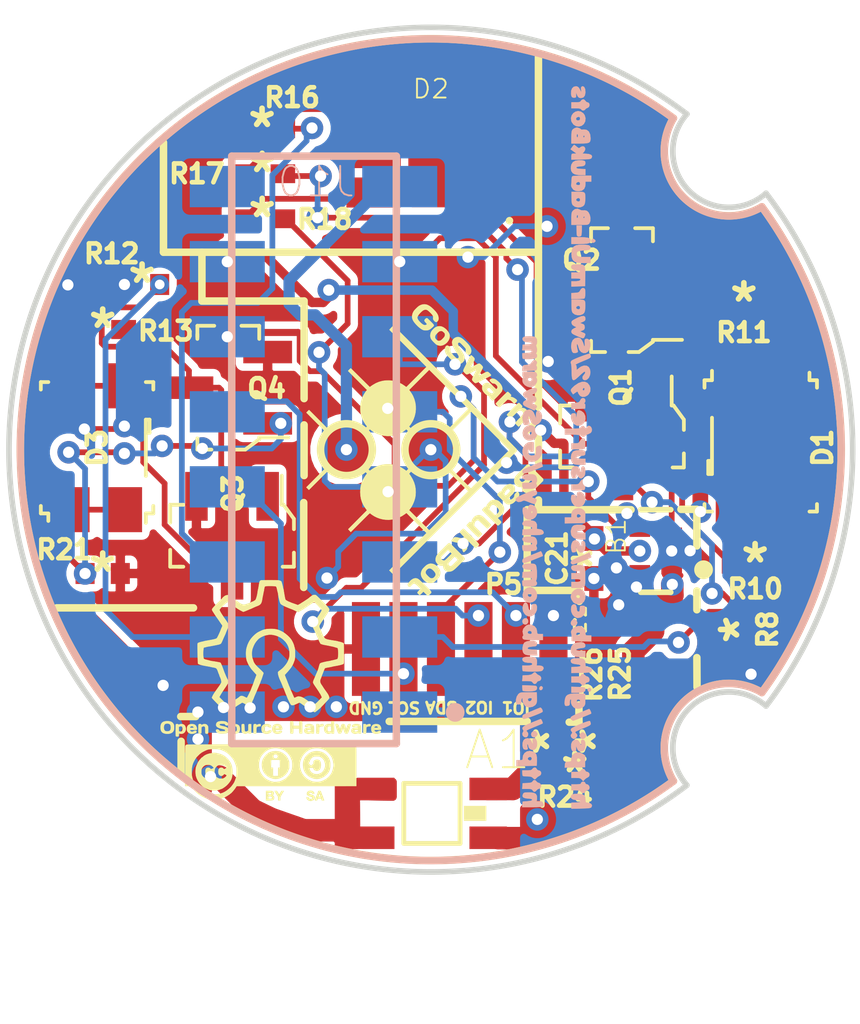
<source format=kicad_pcb>
(kicad_pcb (version 20171130) (host pcbnew "(5.0.0-3-g0214c9d)")
  (title_block (title BadukBot_PCB) (date 2018-10-25) (rev 0.1.0) (comment 1 "Licensed CC-BY-SA 4.0 By Caleb Cover") (comment 2 https://github.com/supersurfer92/SwarmUI-BadukBots))
  (layers (0 F.Cu signal) (31 B.Cu signal hide) (34 B.Paste user) (35 F.Paste user) (36 B.SilkS user hide) (37 F.SilkS user hide) (38 B.Mask user) (39 F.Mask user) (44 Edge.Cuts user))
  (net 0 "")
  (net 1 "Net-(B1-Pad1)")
  (net 2 "Net-(B1-Pad6)")
  (net 3 "Net-(D1-PadA)")
  (net 4 "Net-(D2-Pad6)")
  (net 5 "Net-(D2-Pad4)")
  (net 6 "Net-(D2-Pad5)")
  (net 7 "Net-(D3-PadA)")
  (net 8 "Net-(Q1-Pad1)")
  (net 9 "Net-(Q3-Pad1)")
  (net 10 7a_RGBLED3)
  (net 11 2a_GND)
  (net 12 "Net-(J10-Pad10)")
  (net 13 "Net-(J10-Pad8)")
  (net 14 "Net-(J10-Pad11)")
  (net 15 "Net-(J10-Pad9)")
  (net 16 "Net-(A1-Pad1)")
  (net 17 2aGND)
  (net 18 14aVDDPA)
  (net 19 12aA1)
  (net 20 13aA2)
  (net 21 1a33v)
  (net 22 6aRGBLED2)
  (net 23 4aPHOTODIODE2)
  (net 24 15aP41)
  (net 25 7aRGBLED3)
  (net 26 5aRGBLED1)
  (net 27 3aPHOTODIODE1)
  (module 2450AT18D0100E:DFN320X160X120-4RN (layer F.Cu) (at 116.31 117.45 180)
    (fp_text reference A1 (at -1.75 1.69 180) (layer F.SilkS) (effects (font (thickness 0.05))))
    (fp_text value 2450AT18D0100E hide)
    (pad 1 smd rect (at -1.5 0.65 180) (size 1 0.6) (layers F.Cu F.Paste F.Mask) (net 16 "Net-(A1-Pad1)"))
    (pad 4 smd rect (at -1.5 -0.65 180) (size 1 0.6) (layers F.Cu F.Paste F.Mask) (net 17 2aGND))
    (pad 3 smd rect (at 1.5 -0.65 180) (size 1 0.6) (layers F.Cu F.Paste F.Mask) (net 17 2aGND))
    (pad 2 smd rect (at 1.5 0.65 180) (size 1 0.6) (layers F.Cu F.Paste F.Mask) (net 17 2aGND))
  )
  (module Silk:links_20mm (layer B.Cu) (at 119.62 107.71 90)
    (fp_text reference G7 hide)
    (fp_text value LOGO hide)
  )
  (module digikey-footprints:SOT-23-3 (layer F.Cu) (at 110.97868 110.053638 270)
    (fp_text reference Q3 (at -1.123638 -0.02132 270) (layer F.SilkS) (effects (font (size 0.5 0.5) (thickness 0.125))))
    (fp_text value MMBT3904LT1G)
    (pad 3 smd rect (at 1.05 0 270) (size 1.3 0.6) (layers F.Cu F.Paste F.Mask) (net 23 4aPHOTODIODE2))
    (pad 2 smd rect (at -1.05 0.95 270) (size 1.3 0.6) (layers F.Cu F.Paste F.Mask) (net 17 2aGND))
    (pad 1 smd rect (at -1.05 -0.95 270) (size 1.3 0.6) (layers F.Cu F.Paste F.Mask) (net 9 "Net-(Q3-Pad1)"))
  )
  (module digikey-footprints:SOT-23-3 (layer F.Cu) (at 121.37868 103.509148 180)
    (fp_text reference Q2 (at 1.07868 0.799148 180) (layer F.SilkS) (effects (font (size 0.5 0.5) (thickness 0.125))))
    (fp_text value MMBT3904LT1G)
    (pad 3 smd rect (at 1.05 0 180) (size 1.3 0.6) (layers F.Cu F.Paste F.Mask) (net 8 "Net-(Q1-Pad1)"))
    (pad 2 smd rect (at -1.05 0.95 180) (size 1.3 0.6) (layers F.Cu F.Paste F.Mask) (net 17 2aGND))
    (pad 1 smd rect (at -1.05 -0.95 180) (size 1.3 0.6) (layers F.Cu F.Paste F.Mask) (net 3 "Net-(D1-PadA)"))
  )
  (module digikey-footprints:SOT-23-3 (layer F.Cu) (at 121.37868 107.409148 270)
    (fp_text reference Q1 (at -1.309148 0.02868 270) (layer F.SilkS) (effects (font (size 0.5 0.5) (thickness 0.125))))
    (fp_text value MMBT3904LT1G)
    (pad 3 smd rect (at 1.05 0 270) (size 1.3 0.6) (layers F.Cu F.Paste F.Mask) (net 27 3aPHOTODIODE1))
    (pad 2 smd rect (at -1.05 0.95 270) (size 1.3 0.6) (layers F.Cu F.Paste F.Mask) (net 17 2aGND))
    (pad 1 smd rect (at -1.05 -0.95 270) (size 1.3 0.6) (layers F.Cu F.Paste F.Mask) (net 8 "Net-(Q1-Pad1)"))
  )
  (module digikey-footprints:SMD-4_3.3x2.8_PD15-22C_TR8 (layer F.Cu) (at 107.37868 107.709148 90)
    (fp_text reference D3 (at 0 0 90) (layer F.SilkS) (effects (font (size 0.5 0.5) (thickness 0.125))))
    (fp_text value PD15-22C_TR8)
    (pad A smd rect (at -1.65 -0.7 90) (size 1.2 1) (layers F.Cu F.Paste F.Mask) (net 7 "Net-(D3-PadA)"))
    (pad K smd rect (at 1.65 -0.7 90) (size 1.2 1) (layers F.Cu F.Paste F.Mask) (net 21 1a33v))
    (pad A smd rect (at -1.65 0.7 90) (size 1.2 1) (layers F.Cu F.Paste F.Mask) (net 7 "Net-(D3-PadA)"))
    (pad K smd rect (at 1.65 0.7 90) (size 1.2 1) (layers F.Cu F.Paste F.Mask) (net 21 1a33v))
  )
  (module digikey-footprints:SMD-4_3.3x2.8_PD15-22C_TR8 (layer F.Cu) (at 125.07868 107.659148 270)
    (fp_text reference D1 (at 0.05 -1.65 270) (layer F.SilkS) (effects (font (size 0.5 0.5) (thickness 0.125))))
    (fp_text value PD15-22C_TR8)
    (pad A smd rect (at -1.65 -0.7 270) (size 1.2 1) (layers F.Cu F.Paste F.Mask) (net 3 "Net-(D1-PadA)"))
    (pad K smd rect (at 1.65 -0.7 270) (size 1.2 1) (layers F.Cu F.Paste F.Mask) (net 21 1a33v))
    (pad A smd rect (at -1.65 0.7 270) (size 1.2 1) (layers F.Cu F.Paste F.Mask) (net 3 "Net-(D1-PadA)"))
    (pad K smd rect (at 1.65 0.7 270) (size 1.2 1) (layers F.Cu F.Paste F.Mask) (net 21 1a33v))
  )
  (module Silk:BadukBot-GoSwarm (layer F.Cu) (at 116.02868 107.759148 225)
    (fp_text reference G1 hide)
    (fp_text value LOGO hide)
  )
  (module Silk:OpenHardwareLogo (layer F.Cu) (at 112.01 114.17)
    (fp_text reference G2 hide)
    (fp_text value LOGO hide)
  )
  (module footprints:ERJ-2GE0R00X (layer F.Cu) (at 119.471246 115.524106 90)
    (fp_text reference R26 (at 1.774106 1.098754 90) (layer F.SilkS) (effects (font (size 0.5 0.5) (thickness 0.125))))
    (fp_text value NC hide)
    (fp_text user * (at 0.000132 0.009258 90) (layer F.SilkS))
    (pad 1 smd rect (at -0.552799 0 90) (size 0.655599 0.499999) (layers F.Cu F.Paste F.Mask) (net 16 "Net-(A1-Pad1)"))
    (pad 2 smd rect (at 0.552799 0 90) (size 0.655599 0.499999) (layers F.Cu F.Paste F.Mask) (net 17 2aGND))
  )
  (module footprints:ERJ-2GE0R00X (layer F.Cu) (at 120.721246 115.524106 90)
    (fp_text reference R25 (at 1.794106 0.608754 90) (layer F.SilkS) (effects (font (size 0.5 0.5) (thickness 0.125))))
    (fp_text value NC hide)
    (fp_text user * (at -0.001188 -0.000742 90) (layer F.SilkS))
    (pad 1 smd rect (at -0.552799 0 90) (size 0.655599 0.499999) (layers F.Cu F.Paste F.Mask) (net 1 "Net-(B1-Pad1)"))
    (pad 2 smd rect (at 0.552799 0 90) (size 0.655599 0.499999) (layers F.Cu F.Paste F.Mask) (net 17 2aGND))
  )
  (module footprints:ERJ-2GE0R00X (layer F.Cu) (at 120.121246 116.374106)
    (fp_text reference R24 (at -0.260742 0.641188 -180) (layer F.SilkS) (effects (font (size 0.5 0.5) (thickness 0.125))))
    (fp_text value 0R hide)
    (fp_text user * (at -0.001246 0.025894) (layer F.SilkS))
    (pad 1 smd rect (at -0.552799 0) (size 0.655599 0.499999) (layers F.Cu F.Paste F.Mask) (net 16 "Net-(A1-Pad1)"))
    (pad 2 smd rect (at 0.552799 0) (size 0.655599 0.499999) (layers F.Cu F.Paste F.Mask) (net 1 "Net-(B1-Pad1)"))
  )
  (module 1.5M:CRCW04021M50FKED (layer F.Cu) (at 107.52868 111.059148 180)
    (fp_text reference R21 (at 1.02868 0.634148 180) (layer F.SilkS) (effects (font (size 0.5 0.5) (thickness 0.125))))
    (fp_text value 1.5M hide)
    (fp_text user * (at 0 0 180) (layer F.SilkS))
    (pad 2 smd rect (at 0.4699 0 180) (size 0.508 0.5588) (layers F.Cu F.Paste F.Mask) (net 7 "Net-(D3-PadA)"))
    (pad 1 smd rect (at -0.4699 0 180) (size 0.508 0.5588) (layers F.Cu F.Paste F.Mask) (net 17 2aGND))
  )
  (module 24.9R:ERJ-2RKF24R9X (layer F.Cu) (at 111.781833 101.609148 180)
    (fp_text reference R18 (at -1.668167 -0.015852 180) (layer F.SilkS) (effects (font (size 0.5 0.5) (thickness 0.125))))
    (fp_text value 24.9R hide)
    (fp_text user * (at 0 0 180) (layer F.SilkS))
    (pad 2 smd rect (at 0.552799 0 180) (size 0.655599 0.499999) (layers F.Cu F.Paste F.Mask) (net 4 "Net-(D2-Pad6)"))
    (pad 1 smd rect (at -0.552799 0 180) (size 0.655599 0.499999) (layers F.Cu F.Paste F.Mask) (net 25 7aRGBLED3))
  )
  (module 130R:ERJ-2RKF1300X (layer F.Cu) (at 111.781833 100.409148 180)
    (fp_text reference R17 (at 1.741833 -0.000852 180) (layer F.SilkS) (effects (font (size 0.5 0.5) (thickness 0.125))))
    (fp_text value 130R hide)
    (fp_text user * (at 0 0 180) (layer F.SilkS))
    (pad 2 smd rect (at 0.552799 0 180) (size 0.655599 0.499999) (layers F.Cu F.Paste F.Mask) (net 6 "Net-(D2-Pad5)"))
    (pad 1 smd rect (at -0.552799 0 180) (size 0.655599 0.499999) (layers F.Cu F.Paste F.Mask) (net 26 5aRGBLED1))
  )
  (module 22_6R:ERJ-2RKF22R6X (layer F.Cu) (at 111.77868 99.209148 180)
    (fp_text reference R16 (at -0.80132 0.829148 180) (layer F.SilkS) (effects (font (size 0.5 0.5) (thickness 0.125))))
    (fp_text value 22.6R hide)
    (fp_text user * (at 0 0 180) (layer F.SilkS))
    (pad 2 smd rect (at 0.552799 0 180) (size 0.655599 0.499999) (layers F.Cu F.Paste F.Mask) (net 5 "Net-(D2-Pad4)"))
    (pad 1 smd rect (at -0.552799 0 180) (size 0.655599 0.499999) (layers F.Cu F.Paste F.Mask) (net 22 6aRGBLED2))
  )
  (module 560K:RC0402FR-07560KL (layer F.Cu) (at 107.52868 104.559148 180)
    (fp_text reference R13 (at -1.68132 -0.040852) (layer F.SilkS) (effects (font (size 0.5 0.5) (thickness 0.125))))
    (fp_text value 560K hide)
    (fp_text user * (at 0 0 180) (layer F.SilkS))
    (pad 2 smd rect (at 0.5588 0 180) (size 0.6604 0.508) (layers F.Cu F.Paste F.Mask) (net 21 1a33v))
    (pad 1 smd rect (at -0.5588 0 180) (size 0.6604 0.508) (layers F.Cu F.Paste F.Mask) (net 9 "Net-(Q3-Pad1)"))
  )
  (module 100K:CRCW0402100KFKED (layer F.Cu) (at 108.57868 103.359148 180)
    (fp_text reference R12 (at 0.80868 0.819148 180) (layer F.SilkS) (effects (font (size 0.5 0.5) (thickness 0.125))))
    (fp_text value 100K hide)
    (fp_text user * (at 0 0 180) (layer F.SilkS))
    (pad 2 smd rect (at 0.4699 0 180) (size 0.508 0.5588) (layers F.Cu F.Paste F.Mask) (net 21 1a33v))
    (pad 1 smd rect (at -0.4699 0 180) (size 0.508 0.5588) (layers F.Cu F.Paste F.Mask) (net 23 4aPHOTODIODE2))
  )
  (module 1.5M:CRCW04021M50FKED (layer F.Cu) (at 124.62868 103.859148 180)
    (fp_text reference R11 (at -0.00132 -0.780852 180) (layer F.SilkS) (effects (font (size 0.5 0.5) (thickness 0.125))))
    (fp_text value 1.5M hide)
    (fp_text user * (at 0 0 180) (layer F.SilkS))
    (pad 2 smd rect (at 0.4699 0 180) (size 0.508 0.5588) (layers F.Cu F.Paste F.Mask) (net 17 2aGND))
    (pad 1 smd rect (at -0.4699 0 180) (size 0.508 0.5588) (layers F.Cu F.Paste F.Mask) (net 3 "Net-(D1-PadA)"))
  )
  (module 560K:RC0402FR-07560KL (layer F.Cu) (at 124.92868 110.809148)
    (fp_text reference R10 (at 0.00132 0.660852 180) (layer F.SilkS) (effects (font (size 0.5 0.5) (thickness 0.125))))
    (fp_text value 560K hide)
    (fp_text user * (at 0 0) (layer F.SilkS))
    (pad 2 smd rect (at 0.5588 0) (size 0.6604 0.508) (layers F.Cu F.Paste F.Mask) (net 21 1a33v))
    (pad 1 smd rect (at -0.5588 0) (size 0.6604 0.508) (layers F.Cu F.Paste F.Mask) (net 8 "Net-(Q1-Pad1)"))
  )
  (module 100K:CRCW0402100KFKED (layer F.Cu) (at 124.55 112.55 270)
    (fp_text reference R8 (at 0.000852 -0.71132 270) (layer F.SilkS) (effects (font (size 0.5 0.5) (thickness 0.125))))
    (fp_text value 100K hide)
    (fp_text user * (at 0 0 270) (layer F.SilkS))
    (pad 2 smd rect (at 0.4699 0 270) (size 0.508 0.5588) (layers F.Cu F.Paste F.Mask) (net 21 1a33v))
    (pad 1 smd rect (at -0.4699 0 270) (size 0.508 0.5588) (layers F.Cu F.Paste F.Mask) (net 27 3aPHOTODIODE1))
  )
  (module library:ExternalPort (layer F.Cu) (at 117.05 113.07 180)
    (fp_text reference P5 (at -1.17 1.72 180) (layer F.SilkS) (effects (font (size 0.5 0.5) (thickness 0.125))))
    (fp_text value Pads hide)
    (pad 6 smd rect (at 2.5 0 180) (size 0.75 2.5) (layers F.Cu F.Paste F.Mask) (net 17 2aGND))
    (pad 5 smd rect (at 1.5 0 180) (size 0.75 2.5) (layers F.Cu F.Paste F.Mask) (net 13 "Net-(J10-Pad8)"))
    (pad 4 smd rect (at 0.5 0 180) (size 0.75 2.5) (layers F.Cu F.Paste F.Mask) (net 15 "Net-(J10-Pad9)"))
    (pad 3 smd rect (at -0.5 0 180) (size 0.75 2.5) (layers F.Cu F.Paste F.Mask) (net 14 "Net-(J10-Pad11)"))
    (pad 2 smd rect (at -1.5 0 180) (size 0.75 2.5) (layers F.Cu F.Paste F.Mask) (net 12 "Net-(J10-Pad10)"))
    (pad 1 smd rect (at -2.5 0 180) (size 0.75 2.5) (layers F.Cu F.Paste F.Mask) (net 21 1a33v))
  )
  (module "2.2nF X7R 50V:C0402C222K5RACTU" (layer F.Cu) (at 120.62868 110.659148 270)
    (fp_text reference C21 (at -0.009148 0.97868 270) (layer F.SilkS) (effects (font (size 0.5 0.5) (thickness 0.125))))
    (fp_text value 2.2nF hide)
    (fp_text user * (at 0 0 270) (layer F.SilkS))
    (pad 2 smd rect (at 0.5334 0 270) (size 0.6604 0.508) (layers F.Cu F.Paste F.Mask) (net 17 2aGND))
    (pad 1 smd rect (at -0.5334 0 270) (size 0.6604 0.508) (layers F.Cu F.Paste F.Mask) (net 18 14aVDDPA))
  )
  (module digikey-footprints:SOT-23-3 (layer F.Cu) (at 110.87868 106.109148 180)
    (fp_text reference Q4 (at -1.02132 -0.020852) (layer F.SilkS) (effects (font (size 0.5 0.5) (thickness 0.125))))
    (fp_text value MMBT3904LT1G)
    (pad 1 smd rect (at -1.05 -0.95 180) (size 1.3 0.6) (layers F.Cu F.Paste F.Mask) (net 7 "Net-(D3-PadA)"))
    (pad 2 smd rect (at -1.05 0.95 180) (size 1.3 0.6) (layers F.Cu F.Paste F.Mask) (net 17 2aGND))
    (pad 3 smd rect (at 1.05 0 180) (size 1.3 0.6) (layers F.Cu F.Paste F.Mask) (net 9 "Net-(Q3-Pad1)"))
  )
  (module Connector_DIN:Conn_01x02_Female (layer F.Cu) (at 115.17868 107.759148)
    (fp_text reference P4 hide)
    (fp_text value Conn01x02Female hide)
    (pad 1 smd circle (at -1.15 0) (size 1.524 1.524) (layers F.Cu F.Paste F.Mask) (net 24 15aP41))
    (pad 2 smd circle (at 1.1 0) (size 1.524 1.524) (layers F.Cu F.Paste F.Mask) (net 17 2aGND))
  )
  (module A13:A13_1 (layer B.Cu) (at 113.77868 107.759148 270)
    (fp_text reference J10 (at -7.134148 0.55368 180) (layer B.SilkS) (effects (font (size 0.787402 0.787402) (thickness 0.05)) (justify mirror)))
    (fp_text value A316DA2SV71 hide)
    (pad 16 smd rect (at -7.008176 2.927607 270) (size 1.1 2) (layers B.Cu B.Paste B.Mask) (net 17 2aGND))
    (pad 14 smd rect (at -5.008176 2.927607 270) (size 1.1 2) (layers B.Cu B.Paste B.Mask) (net 18 14aVDDPA))
    (pad 12 smd rect (at -3.008176 2.927607 270) (size 1.1 2) (layers B.Cu B.Paste B.Mask) (net 19 12aA1))
    (pad 10 smd rect (at -1.008176 2.927607 270) (size 1.1 2) (layers B.Cu B.Paste B.Mask) (net 12 "Net-(J10-Pad10)"))
    (pad 8 smd rect (at 0.991824 2.927607 270) (size 1.1 2) (layers B.Cu B.Paste B.Mask) (net 13 "Net-(J10-Pad8)"))
    (pad 6 smd rect (at 2.991824 2.927607 270) (size 1.1 2) (layers B.Cu B.Paste B.Mask) (net 22 6aRGBLED2))
    (pad 4 smd rect (at 4.991824 2.927607 270) (size 1.1 2) (layers B.Cu B.Paste B.Mask) (net 23 4aPHOTODIODE2))
    (pad 2 smd rect (at 6.991824 2.927607 270) (size 1.1 2) (layers B.Cu B.Paste B.Mask) (net 17 2aGND))
    (pad 15 smd rect (at -7.008176 -1.672393 270) (size 1.1 2) (layers B.Cu B.Paste B.Mask) (net 24 15aP41))
    (pad 13 smd rect (at -5.008176 -1.672393 270) (size 1.1 2) (layers B.Cu B.Paste B.Mask) (net 20 13aA2))
    (pad 11 smd rect (at -3.008176 -1.672393 270) (size 1.1 2) (layers B.Cu B.Paste B.Mask) (net 14 "Net-(J10-Pad11)"))
    (pad 9 smd rect (at -1.008176 -1.672393 270) (size 1.1 2) (layers B.Cu B.Paste B.Mask) (net 15 "Net-(J10-Pad9)"))
    (pad 7 smd rect (at 0.991824 -1.672393 270) (size 1.1 2) (layers B.Cu B.Paste B.Mask) (net 25 7aRGBLED3))
    (pad 5 smd rect (at 2.991824 -1.672393 270) (size 1.1 2) (layers B.Cu B.Paste B.Mask) (net 26 5aRGBLED1))
    (pad 3 smd rect (at 4.991824 -1.672393 270) (size 1.1 2) (layers B.Cu B.Paste B.Mask) (net 27 3aPHOTODIODE1))
    (pad 1 smd rect (at 6.991824 -1.672393 270) (size 1.1 2) (layers B.Cu B.Paste B.Mask) (net 21 1a33v))
  )
  (module JOHANSON_2450BM14A0002T:JOHANSON_2450BM14A0002T_0 (layer F.Cu) (at 122.27868 110.459148 180)
    (fp_text reference B1 (at 1.05368 0.384148 -90) (layer F.SilkS) (effects (font (size 0.5 0.5) (thickness 0.05))))
    (fp_text value nrf24l01 hide)
    (pad 6 smd rect (at 0.425 -0.5 180) (size 0.55 0.25) (layers F.Cu F.Paste F.Mask) (net 2 "Net-(B1-Pad6)"))
    (pad 5 smd rect (at 0.425 0 180) (size 0.55 0.25) (layers F.Cu F.Paste F.Mask) (net 18 14aVDDPA))
    (pad 4 smd rect (at 0.425 0.5 180) (size 0.55 0.25) (layers F.Cu F.Paste F.Mask) (net 19 12aA1))
    (pad 3 smd rect (at -0.425 0.5 180) (size 0.55 0.25) (layers F.Cu F.Paste F.Mask) (net 20 13aA2))
    (pad 2 smd rect (at -0.425 0 180) (size 0.55 0.25) (layers F.Cu F.Paste F.Mask) (net 17 2aGND))
    (pad 1 smd rect (at -0.425 -0.5 180) (size 0.55 0.25) (layers F.Cu F.Paste F.Mask) (net 1 "Net-(B1-Pad1)"))
  )
  (module SMLVN6RGB1W1:LED310X280X60-6N (layer F.Cu) (at 116.27868 99.959148 180)
    (fp_text reference D2 (at -0.00132 1.809148 180) (layer F.SilkS) (effects (font (size 0.5 0.5) (thickness 0.05))))
    (fp_text value SMLVN6RGB1W1 hide)
    (pad 5 smd rect (at 1.525 0 180) (size 1.45 0.6) (layers F.Cu F.Paste F.Mask) (net 6 "Net-(D2-Pad5)"))
    (pad 2 smd rect (at -1.525 0 180) (size 1.45 0.6) (layers F.Cu F.Paste F.Mask) (net 21 1a33v))
    (pad 4 smd rect (at 1.525 0.95 180) (size 1.45 0.8) (layers F.Cu F.Paste F.Mask) (net 5 "Net-(D2-Pad4)"))
    (pad 6 smd rect (at 1.525 -0.95 180) (size 1.45 0.8) (layers F.Cu F.Paste F.Mask) (net 4 "Net-(D2-Pad6)"))
    (pad 3 smd rect (at -1.525 0.95 180) (size 1.45 0.8) (layers F.Cu F.Paste F.Mask) (net 21 1a33v))
    (pad 1 smd rect (at -1.525 -0.95 180) (size 1.45 0.8) (layers F.Cu F.Paste F.Mask) (net 21 1a33v))
  )
  (gr_arc (start 116.28 107.76) (end 125.219999 114.589999) (angle -74.7583601) (layer Edge.Cuts) (width 0.15))
  (gr_arc (start 116.28 107.76) (end 123.109999 98.820001) (angle -254.7295985) (layer Edge.Cuts) (width 0.15))
  (gr_circle (center 116.28 107.76) (end 116.31 108.45) (layer F.SilkS) (width 0.2))
  (gr_circle (center 114.03 107.76) (end 114.06 108.45) (layer F.SilkS) (width 0.2))
  (gr_arc (start 124.22868 99.810852) (end 125.108679 101.290851) (angle 151.4629743) (layer B.SilkS) (width 0.2))
  (gr_arc (start 116.27868 107.760852) (end 125.108679 101.290853) (angle 72.46265375) (layer B.SilkS) (width 0.2))
  (gr_arc (start 116.27868 107.760852) (end 122.748679 116.590851) (angle 252.4597237) (layer B.SilkS) (width 0.2))
  (gr_arc (start 124.22868 115.710852) (end 122.748681 116.590851) (angle 151.4709754) (layer B.SilkS) (width 0.2))
  (gr_line (start 123.38 114.09) (end 123.375 113.3) (layer F.SilkS) (width 0.2))
  (gr_line (start 118.85 109.36) (end 121.62 109.36) (layer F.SilkS) (width 0.2))
  (gr_line (start 118.85 111.51) (end 118.85 109.36) (layer F.SilkS) (width 0.2))
  (gr_line (start 109.95 111.975) (end 106.3 111.975) (layer F.SilkS) (width 0.2))
  (gr_line (start 112.89 109.17) (end 112.89 111.43) (layer F.SilkS) (width 0.2))
  (gr_line (start 112.9 107.1) (end 112.9 108.45) (layer F.SilkS) (width 0.2))
  (gr_line (start 112.9 103.8) (end 112.9 106.4) (layer F.SilkS) (width 0.2))
  (gr_line (start 110.175 103.8) (end 112.9 103.8) (layer F.SilkS) (width 0.2))
  (gr_line (start 110.175 102.5) (end 110.175 103.8) (layer F.SilkS) (width 0.2))
  (gr_line (start 109.15 102.5) (end 109.15 99.575) (layer F.SilkS) (width 0.2))
  (gr_line (start 119.15 102.5) (end 109.15 102.5) (layer F.SilkS) (width 0.2))
  (gr_line (start 119.15 106.625) (end 119.15 97.3) (layer F.SilkS) (width 0.2))
  (gr_line (start 119.15 108.075) (end 119.15 107.45) (layer F.SilkS) (width 0.2))
  (gr_line (start 119.15 109.35) (end 119.15 109.1) (layer F.SilkS) (width 0.2))
  (gr_line (start 123.375 111.525) (end 123.375 112.025) (layer F.SilkS) (width 0.2))
  (gr_line (start 123.375 109.35) (end 123.375 110.325) (layer F.SilkS) (width 0.2))
  (gr_line (start 122.95 109.35) (end 123.375 109.35) (layer F.SilkS) (width 0.2))
  (gr_line (start 115.17 115) (end 118.85 115) (layer F.SilkS) (width 0.2))
  (gr_arc (start 124.22868 115.709148) (end 125.218679 114.589149) (angle -172.9487696) (layer Edge.Cuts) (width 0.15))
  (gr_arc (start 124.22868 115.709148) (end 125.108679 114.229149) (angle -151.4629743) (layer F.SilkS) (width 0.2))
  (gr_arc (start 116.27868 107.759148) (end 125.108679 114.229147) (angle -72.46265375) (layer F.SilkS) (width 0.2))
  (gr_arc (start 116.27868 107.759148) (end 122.748679 98.929149) (angle -252.4597237) (layer F.SilkS) (width 0.2))
  (gr_arc (start 124.22868 99.809148) (end 122.748681 98.929149) (angle -151.4709754) (layer F.SilkS) (width 0.2))
  (gr_arc (start 124.22868 99.809148) (end 123.108681 98.819149) (angle -172.9817916) (layer Edge.Cuts) (width 0.15))
  (gr_line (start 110.97 115.59) (end 115.36 115.59) (layer B.SilkS) (width 0.2))
  (gr_line (start 110.97 99.94) (end 115.36 99.94) (layer B.SilkS) (width 0.2))
  (gr_line (start 115.36 99.94) (end 115.36 115.59) (layer B.SilkS) (width 0.2))
  (gr_line (start 110.97 99.94) (end 110.97 115.59) (layer B.SilkS) (width 0.2))
  (gr_line (start 120.23 115.02) (end 119.97 115.02) (layer F.SilkS) (width 0.2))
  (gr_line (start 120.23 114.56) (end 120.23 115.02) (layer F.SilkS) (width 0.2))
  (gr_line (start 120.24 111.51) (end 120.24 111.8) (layer F.SilkS) (width 0.2))
  (gr_line (start 118.85 111.51) (end 120.24 111.51) (layer F.SilkS) (width 0.2))
  (gr_text 3.3v (at 120.24 112.41 270) (layer F.SilkS) (effects (font (size 0.3 0.3) (thickness 0.075))))
  (gr_text IO1 (at 118.55 114.63 180) (layer F.SilkS) (effects (font (size 0.3 0.3) (thickness 0.075))))
  (gr_text IO2 (at 117.57 114.62 180) (layer F.SilkS) (effects (font (size 0.3 0.3) (thickness 0.075))))
  (gr_text SDA (at 116.56 114.62 180) (layer F.SilkS) (effects (font (size 0.3 0.3) (thickness 0.075))))
  (gr_text SCL (at 115.57 114.63 180) (layer F.SilkS) (effects (font (size 0.3 0.3) (thickness 0.075))))
  (gr_text GND (at 114.55 114.63 180) (layer F.SilkS) (effects (font (size 0.3 0.3) (thickness 0.075))))
  (gr_line (start 109.61 114.87) (end 110.01 114.87) (layer F.SilkS) (width 0.2))
  (gr_line (start 109.62 115.53) (end 109.62 116.4) (layer F.SilkS) (width 0.2))
  (segment (start 122.72 111.29) (end 122.52 111.09) (width 0.1524) (layer F.Cu) (net 1))
  (segment (start 122.72 111.35) (end 122.72 111.29) (width 0.1524) (layer F.Cu) (net 1))
  (segment (start 122.72 111.33) (end 122.72 111.35) (width 0.1524) (layer F.Cu) (net 1))
  (segment (start 122.72 111.33) (end 122.94 111.11) (width 0.1524) (layer F.Cu) (net 1))
  (segment (start 122.72 111.35) (end 122.72 110.975468) (width 0.1524) (layer F.Cu) (net 1))
  (segment (start 122.72 110.975468) (end 122.706881 110.962349) (width 0.1524) (layer F.Cu) (net 1))
  (segment (start 122.706881 110.962349) (end 122.70368 110.962349) (width 0.1524) (layer F.Cu) (net 1))
  (segment (start 121.68 115.84835) (end 121.68 113.125271) (width 0.6) (layer F.Cu) (net 1))
  (segment (start 121.68 113.125271) (end 122.208812 112.596459) (width 0.6) (layer F.Cu) (net 1))
  (segment (start 120.674045 116.374106) (end 121.154244 116.374106) (width 0.6) (layer F.Cu) (net 1))
  (segment (start 121.154244 116.374106) (end 121.68 115.84835) (width 0.6) (layer F.Cu) (net 1))
  (via (at 122.72 111.35) (size 0.6) (drill 0.3) (layers F.Cu B.Cu) (net 1))
  (segment (start 122.23 112.13) (end 122.724868 111.635132) (width 0.6) (layer F.Cu) (net 1))
  (segment (start 122.72 111.64) (end 122.72 111.35) (width 0.6) (layer F.Cu) (net 1))
  (segment (start 122.208812 112.596459) (end 122.208812 112.021188) (width 0.6) (layer F.Cu) (net 1))
  (segment (start 125.09858 103.859148) (end 125.50498 103.859148) (width 0.1524) (layer F.Cu) (net 3))
  (segment (start 125.50498 103.859148) (end 125.77868 104.132848) (width 0.1524) (layer F.Cu) (net 3))
  (segment (start 125.77868 104.132848) (end 125.77868 106.009148) (width 0.1524) (layer F.Cu) (net 3))
  (segment (start 122.42868 104.459148) (end 122.92868 104.459148) (width 0.1524) (layer F.Cu) (net 3))
  (segment (start 122.92868 104.459148) (end 124.37868 105.909148) (width 0.1524) (layer F.Cu) (net 3))
  (segment (start 124.37868 105.909148) (end 124.37868 106.009148) (width 0.1524) (layer F.Cu) (net 3))
  (segment (start 122.42868 104.459148) (end 122.77868 104.459148) (width 0.1524) (layer F.Cu) (net 3))
  (segment (start 124.32868 106.009148) (end 124.37868 106.009148) (width 0.1524) (layer F.Cu) (net 3))
  (segment (start 125.12628 106.009148) (end 125.77868 106.009148) (width 0.1524) (layer F.Cu) (net 3))
  (segment (start 125.77868 106.009148) (end 124.37868 106.009148) (width 0.1524) (layer F.Cu) (net 3))
  (segment (start 111.229034 101.609148) (end 111.306834 101.609148) (width 0.1524) (layer F.Cu) (net 4))
  (segment (start 111.839183 101.076799) (end 113.708629 101.076799) (width 0.1524) (layer F.Cu) (net 4))
  (segment (start 111.306834 101.609148) (end 111.839183 101.076799) (width 0.1524) (layer F.Cu) (net 4))
  (segment (start 113.708629 101.076799) (end 113.87628 100.909148) (width 0.1524) (layer F.Cu) (net 4))
  (segment (start 113.87628 100.909148) (end 114.75368 100.909148) (width 0.1524) (layer F.Cu) (net 4))
  (segment (start 111.225881 99.209148) (end 111.225881 98.806749) (width 0.1524) (layer F.Cu) (net 5))
  (segment (start 111.225881 98.806749) (end 111.345831 98.686799) (width 0.1524) (layer F.Cu) (net 5))
  (segment (start 111.345831 98.686799) (end 113.553931 98.686799) (width 0.1524) (layer F.Cu) (net 5))
  (segment (start 113.553931 98.686799) (end 113.87628 99.009148) (width 0.1524) (layer F.Cu) (net 5))
  (segment (start 113.87628 99.009148) (end 114.75368 99.009148) (width 0.1524) (layer F.Cu) (net 5))
  (segment (start 111.229034 100.409148) (end 111.306834 100.409148) (width 0.1524) (layer F.Cu) (net 6))
  (segment (start 111.760034 99.955948) (end 113.87308 99.955948) (width 0.1524) (layer F.Cu) (net 6))
  (segment (start 113.87628 99.959148) (end 114.75368 99.959148) (width 0.1524) (layer F.Cu) (net 6))
  (segment (start 111.306834 100.409148) (end 111.760034 99.955948) (width 0.1524) (layer F.Cu) (net 6))
  (segment (start 113.87308 99.955948) (end 113.87628 99.959148) (width 0.1524) (layer F.Cu) (net 6))
  (segment (start 110.186705 107.727974) (end 112.033513 107.727974) (width 0.1524) (layer B.Cu) (net 7))
  (segment (start 112.033513 107.727974) (end 112.278075 107.483412) (width 0.1524) (layer B.Cu) (net 7))
  (segment (start 112.278075 107.483412) (end 112.278075 107.059148) (width 0.1524) (layer B.Cu) (net 7))
  (segment (start 108.1068 107.86) (end 108.9132 107.86) (width 0.1524) (layer B.Cu) (net 7))
  (segment (start 108.9132 107.86) (end 109.1132 107.66) (width 0.1524) (layer B.Cu) (net 7))
  (segment (start 107.05878 111.059148) (end 107.05878 108.26878) (width 0.1524) (layer B.Cu) (net 7))
  (segment (start 107.05878 108.26878) (end 106.62 107.83) (width 0.1524) (layer B.Cu) (net 7))
  (via (at 112.278075 107.059148) (size 0.6) (drill 0.3) (layers F.Cu B.Cu) (net 7))
  (segment (start 109.1132 107.66) (end 110.118731 107.66) (width 0.1524) (layer F.Cu) (net 7))
  (segment (start 110.118731 107.66) (end 110.186705 107.727974) (width 0.1524) (layer F.Cu) (net 7))
  (via (at 110.186705 107.727974) (size 0.6) (drill 0.3) (layers F.Cu B.Cu) (net 7))
  (via (at 109.1132 107.66) (size 0.6) (drill 0.3) (layers F.Cu B.Cu) (net 7))
  (segment (start 106.62 107.83) (end 108.0768 107.83) (width 0.1524) (layer F.Cu) (net 7))
  (segment (start 108.0768 107.83) (end 108.1068 107.86) (width 0.1524) (layer F.Cu) (net 7))
  (via (at 108.1068 107.86) (size 0.6) (drill 0.3) (layers F.Cu B.Cu) (net 7))
  (via (at 106.62 107.83) (size 0.6) (drill 0.3) (layers F.Cu B.Cu) (net 7))
  (via (at 107.05878 111.059148) (size 0.6) (drill 0.3) (layers F.Cu B.Cu) (net 7))
  (segment (start 107.05878 111.033748) (end 107.05878 111.059148) (width 0.1524) (layer F.Cu) (net 7))
  (segment (start 111.92868 107.059148) (end 111.702448 107.059148) (width 0.1524) (layer F.Cu) (net 7))
  (segment (start 106.67868 109.359148) (end 106.67868 110.679048) (width 0.1524) (layer F.Cu) (net 7))
  (segment (start 106.67868 110.679048) (end 107.05878 111.059148) (width 0.1524) (layer F.Cu) (net 7))
  (segment (start 106.67868 109.359148) (end 108.07868 109.359148) (width 0.1524) (layer F.Cu) (net 7))
  (segment (start 120.32868 103.509148) (end 120.32868 103.961548) (width 0.1524) (layer F.Cu) (net 8))
  (segment (start 121.06 105.542868) (end 121.87628 106.359148) (width 0.1524) (layer F.Cu) (net 8))
  (segment (start 121.87628 106.359148) (end 122.32868 106.359148) (width 0.1524) (layer F.Cu) (net 8))
  (segment (start 120.32868 103.961548) (end 121.06 104.692868) (width 0.1524) (layer F.Cu) (net 8))
  (segment (start 121.06 104.692868) (end 121.06 105.542868) (width 0.1524) (layer F.Cu) (net 8))
  (segment (start 121.42868 103.806748) (end 121.13108 103.509148) (width 0.1524) (layer F.Cu) (net 8))
  (segment (start 121.13108 103.509148) (end 120.32868 103.509148) (width 0.1524) (layer F.Cu) (net 8))
  (segment (start 124.29368 110.809148) (end 122.98309 109.498558) (width 0.1524) (layer F.Cu) (net 8))
  (segment (start 122.98309 109.498558) (end 122.98309 105.513558) (width 0.1524) (layer F.Cu) (net 8))
  (segment (start 122.98309 105.513558) (end 122.67868 105.209148) (width 0.1524) (layer F.Cu) (net 8))
  (segment (start 122.67868 105.209148) (end 121.57628 105.209148) (width 0.1524) (layer F.Cu) (net 8))
  (segment (start 124.36988 110.809148) (end 124.29368 110.809148) (width 0.1524) (layer F.Cu) (net 8))
  (segment (start 121.57628 105.209148) (end 121.42868 105.061548) (width 0.1524) (layer F.Cu) (net 8))
  (segment (start 121.42868 105.061548) (end 121.42868 103.806748) (width 0.1524) (layer F.Cu) (net 8))
  (segment (start 111.92868 109.003638) (end 111.47628 109.003638) (width 0.1524) (layer F.Cu) (net 9))
  (segment (start 111.47628 109.003638) (end 110.689905 108.217263) (width 0.1524) (layer F.Cu) (net 9))
  (segment (start 110.689905 108.217263) (end 110.689905 106.167973) (width 0.1524) (layer F.Cu) (net 9))
  (segment (start 110.689905 106.167973) (end 110.63108 106.109148) (width 0.1524) (layer F.Cu) (net 9))
  (segment (start 110.63108 106.109148) (end 109.82868 106.109148) (width 0.1524) (layer F.Cu) (net 9))
  (segment (start 109.82868 106.109148) (end 109.82868 105.656748) (width 0.1524) (layer F.Cu) (net 9))
  (segment (start 109.82868 105.656748) (end 108.73108 104.559148) (width 0.1524) (layer F.Cu) (net 9))
  (segment (start 108.73108 104.559148) (end 108.08748 104.559148) (width 0.1524) (layer F.Cu) (net 9))
  (segment (start 113.45 105.742631) (end 113.45 108.591206) (width 0.1524) (layer B.Cu) (net 10))
  (segment (start 113.45 108.591206) (end 113.609766 108.750972) (width 0.1524) (layer B.Cu) (net 10))
  (segment (start 113.298357 105.166724) (end 113.298357 105.590988) (width 0.1524) (layer B.Cu) (net 10))
  (segment (start 113.298357 105.590988) (end 113.45 105.742631) (width 0.1524) (layer B.Cu) (net 10))
  (segment (start 113.298357 105.166724) (end 114.060881 104.4042) (width 0.1524) (layer F.Cu) (net 10))
  (segment (start 114.060881 104.4042) (end 114.060881 103.257597) (width 0.1524) (layer F.Cu) (net 10))
  (segment (start 114.060881 103.257597) (end 112.412432 101.609148) (width 0.1524) (layer F.Cu) (net 10))
  (segment (start 112.412432 101.609148) (end 112.334632 101.609148) (width 0.1524) (layer F.Cu) (net 10))
  (via (at 113.298357 105.166724) (size 0.6) (drill 0.3) (layers F.Cu B.Cu) (net 10))
  (segment (start 113.609766 108.750972) (end 114.748158 108.750972) (width 0.1524) (layer B.Cu) (net 10))
  (segment (start 114.748158 108.750972) (end 114.970183 108.528947) (width 0.1524) (layer B.Cu) (net 10))
  (segment (start 114.970183 108.528947) (end 115.063737 108.528947) (width 0.1524) (layer B.Cu) (net 10))
  (segment (start 112.412432 101.609148) (end 113.887881 103.084597) (width 0.1524) (layer F.Cu) (net 10))
  (via (at 116.28 107.76) (size 0.6) (drill 0.3) (layers F.Cu B.Cu) (net 11))
  (segment (start 114.288512 109.997771) (end 116.120036 109.997771) (width 0.1524) (layer B.Cu) (net 11))
  (segment (start 116.120036 109.997771) (end 116.67501 109.442797) (width 0.1524) (layer B.Cu) (net 11))
  (segment (start 116.67501 109.442797) (end 116.67501 108.059147) (width 0.1524) (layer B.Cu) (net 11))
  (segment (start 116.67501 108.059147) (end 116.375011 107.759148) (width 0.1524) (layer B.Cu) (net 11))
  (segment (start 113.809999 110.880001) (end 113.809999 110.476284) (width 0.1524) (layer B.Cu) (net 11))
  (segment (start 113.809999 110.476284) (end 114.288512 109.997771) (width 0.1524) (layer B.Cu) (net 11))
  (segment (start 116.375011 107.759148) (end 116.27868 107.759148) (width 0.1524) (layer B.Cu) (net 11))
  (segment (start 113.809999 110.880001) (end 113.56 111.13) (width 0.1524) (layer B.Cu) (net 11))
  (segment (start 116.078 107.909828) (end 116.22868 107.759148) (width 0.1524) (layer B.Cu) (net 11))
  (segment (start 115.12868 108.859148) (end 116.078 107.909828) (width 0.1524) (layer B.Cu) (net 11))
  (segment (start 116.078 107.909828) (end 116.128 107.909828) (width 0.1524) (layer B.Cu) (net 11))
  (segment (start 116.128 107.909828) (end 116.27868 107.759148) (width 0.1524) (layer B.Cu) (net 11))
  (segment (start 116.375011 107.759148) (end 116.654274 108.038411) (width 0.1524) (layer B.Cu) (net 11))
  (segment (start 116.654274 108.038411) (end 116.375011 107.759148) (width 0.1524) (layer B.Cu) (net 11))
  (segment (start 114.288512 109.997771) (end 114.02868 110.257603) (width 0.1524) (layer B.Cu) (net 11))
  (via (at 118.55 112.18) (size 0.6) (drill 0.3) (layers F.Cu B.Cu) (net 12))
  (segment (start 117.93 111.56) (end 118.55 112.18) (width 0.1524) (layer B.Cu) (net 12))
  (segment (start 113.874738 111.56) (end 117.93 111.56) (width 0.1524) (layer B.Cu) (net 12))
  (segment (start 113.751537 111.683201) (end 113.874738 111.56) (width 0.1524) (layer B.Cu) (net 12))
  (segment (start 113.268463 111.683201) (end 113.751537 111.683201) (width 0.1524) (layer B.Cu) (net 12))
  (segment (start 110.851073 106.750972) (end 111.132045 106.47) (width 0.1524) (layer B.Cu) (net 12))
  (segment (start 112.781276 106.817611) (end 112.781276 111.196014) (width 0.1524) (layer B.Cu) (net 12))
  (segment (start 112.433665 106.47) (end 112.781276 106.817611) (width 0.1524) (layer B.Cu) (net 12))
  (segment (start 111.132045 106.47) (end 112.433665 106.47) (width 0.1524) (layer B.Cu) (net 12))
  (segment (start 112.781276 111.196014) (end 113.268463 111.683201) (width 0.1524) (layer B.Cu) (net 12))
  (via (at 115.55 113.727974) (size 0.6) (drill 0.3) (layers F.Cu B.Cu) (net 13))
  (segment (start 111.301073 108.750972) (end 112.28 109.729899) (width 0.1524) (layer B.Cu) (net 13))
  (segment (start 110.851073 108.750972) (end 111.301073 108.750972) (width 0.1524) (layer B.Cu) (net 13))
  (segment (start 112.28 112.49) (end 112.28 112.8) (width 0.1524) (layer B.Cu) (net 13))
  (segment (start 113.207974 113.727974) (end 115.55 113.727974) (width 0.1524) (layer B.Cu) (net 13))
  (segment (start 112.28 109.729899) (end 112.28 112.49) (width 0.1524) (layer B.Cu) (net 13))
  (segment (start 112.28 112.8) (end 113.207974 113.727974) (width 0.1524) (layer B.Cu) (net 13))
  (segment (start 112.28 112.49) (end 112.28 112.78) (width 0.1524) (layer B.Cu) (net 13))
  (segment (start 117.69941 108.162061) (end 114.421471 111.44) (width 0.1524) (layer F.Cu) (net 14))
  (segment (start 116.943507 111.997771) (end 113.472229 111.997771) (width 0.1524) (layer B.Cu) (net 14))
  (segment (start 116.924443 105.485557) (end 116.970295 105.485557) (width 0.1524) (layer F.Cu) (net 14))
  (via (at 117.55 112.18) (size 0.6) (drill 0.3) (layers F.Cu B.Cu) (net 14))
  (segment (start 117.55 112.18) (end 117.125736 112.18) (width 0.1524) (layer B.Cu) (net 14))
  (segment (start 117.69941 106.214672) (end 117.69941 108.162061) (width 0.1524) (layer F.Cu) (net 14))
  (segment (start 115.451073 105.453372) (end 115.451073 104.750972) (width 0.1524) (layer B.Cu) (net 14))
  (segment (start 113.472229 111.997771) (end 113.13 112.34) (width 0.1524) (layer B.Cu) (net 14))
  (segment (start 116.970295 105.485557) (end 117.69941 106.214672) (width 0.1524) (layer F.Cu) (net 14))
  (segment (start 114.421471 111.44) (end 114.03 111.44) (width 0.1524) (layer F.Cu) (net 14))
  (via (at 116.924443 105.485557) (size 0.6) (drill 0.3) (layers F.Cu B.Cu) (net 14))
  (segment (start 115.483258 105.485557) (end 115.451073 105.453372) (width 0.1524) (layer B.Cu) (net 14))
  (segment (start 114.03 111.44) (end 113.429999 112.040001) (width 0.1524) (layer F.Cu) (net 14))
  (segment (start 113.429999 112.040001) (end 113.13 112.34) (width 0.1524) (layer F.Cu) (net 14))
  (segment (start 117.125736 112.18) (end 116.943507 111.997771) (width 0.1524) (layer B.Cu) (net 14))
  (segment (start 116.924443 105.485557) (end 115.483258 105.485557) (width 0.1524) (layer B.Cu) (net 14))
  (via (at 113.13 112.34) (size 0.6) (drill 0.3) (layers F.Cu B.Cu) (net 14))
  (segment (start 115.451073 106.750972) (end 116.603473 106.750972) (width 0.1524) (layer B.Cu) (net 15))
  (segment (start 116.603473 106.750972) (end 116.783201 106.9307) (width 0.1524) (layer B.Cu) (net 15))
  (segment (start 116.55 113.07) (end 116.55 112.06) (width 0.1524) (layer F.Cu) (net 15))
  (segment (start 116.55 112.06) (end 118.12 110.49) (width 0.1524) (layer F.Cu) (net 15))
  (segment (start 116.783201 107.772194) (end 118.12 109.108993) (width 0.1524) (layer B.Cu) (net 15))
  (segment (start 118.12 109.108993) (end 118.12 110.49) (width 0.1524) (layer B.Cu) (net 15))
  (via (at 118.12 110.49) (size 0.6) (drill 0.3) (layers F.Cu B.Cu) (net 15))
  (via (at 115.13 106.66) (size 0.6) (drill 0.3) (layers F.Cu B.Cu) (net 15))
  (segment (start 116.783201 106.9307) (end 116.783201 107.772194) (width 0.1524) (layer B.Cu) (net 15))
  (segment (start 117.81 116.8) (end 118.01 116.8) (width 0.6) (layer F.Cu) (net 16))
  (segment (start 117.81 116.8) (end 118.4624 116.8) (width 0.6) (layer F.Cu) (net 16))
  (segment (start 118.4624 116.8) (end 118.888294 116.374106) (width 0.6) (layer F.Cu) (net 16))
  (segment (start 118.888294 116.374106) (end 119.568447 116.374106) (width 0.6) (layer F.Cu) (net 16))
  (segment (start 112.648935 117.815769) (end 112.019079 117.595821) (width 0.6) (layer F.Cu) (net 17))
  (segment (start 114 118.09) (end 113.809954 117.899954) (width 0.6) (layer F.Cu) (net 17))
  (segment (start 113.809954 117.899954) (end 112.890013 117.899954) (width 0.6) (layer F.Cu) (net 17))
  (segment (start 112.890013 117.899954) (end 112.648936 117.815769) (width 0.6) (layer F.Cu) (net 17))
  (segment (start 112.9 108.27) (end 113.64 109.01) (width 0.1524) (layer F.Cu) (net 17))
  (segment (start 112.9 106.582868) (end 112.9 108.27) (width 0.1524) (layer F.Cu) (net 17))
  (segment (start 111.92868 105.159148) (end 111.92868 105.611548) (width 0.1524) (layer F.Cu) (net 17))
  (segment (start 111.92868 105.611548) (end 112.9 106.582868) (width 0.1524) (layer F.Cu) (net 17))
  (segment (start 114.74 109.01) (end 114.315736 109.01) (width 0.1524) (layer F.Cu) (net 17))
  (segment (start 111.92868 105.159148) (end 112.27868 105.159148) (width 0.1524) (layer F.Cu) (net 17))
  (segment (start 120.806013 112.542832) (end 120.835239 112.513606) (width 0.1524) (layer F.Cu) (net 17))
  (segment (start 120.62868 111.859725) (end 120.62868 112.16696) (width 0.1524) (layer F.Cu) (net 17))
  (segment (start 120.62868 112.16696) (end 120.908495 112.446775) (width 0.1524) (layer F.Cu) (net 17))
  (segment (start 120.62868 111.2) (end 120.62868 111.859725) (width 0.1524) (layer F.Cu) (net 17))
  (segment (start 122.42868 102.559148) (end 122.88418 102.559148) (width 0.1524) (layer F.Cu) (net 17))
  (segment (start 110.735337 115.030381) (end 110.571663 114.866707) (width 0.1524) (layer B.Cu) (net 17))
  (segment (start 110.571663 114.866707) (end 110.571663 114.635237) (width 0.1524) (layer B.Cu) (net 17))
  (segment (start 121.29 111.893904) (end 120.662859 111.893904) (width 0.1524) (layer F.Cu) (net 17))
  (segment (start 120.662859 111.893904) (end 120.62868 111.859725) (width 0.1524) (layer F.Cu) (net 17))
  (segment (start 120.62868 111.192548) (end 120.62868 111.2) (width 0.1524) (layer F.Cu) (net 17))
  (segment (start 122.88418 102.559148) (end 124.15878 103.833748) (width 0.1524) (layer F.Cu) (net 17))
  (segment (start 124.15878 103.833748) (end 124.15878 103.859148) (width 0.1524) (layer F.Cu) (net 17))
  (segment (start 110.404738 116.47) (end 110.404738 116.47) (width 0.6) (layer F.Cu) (net 17))
  (segment (start 111.52653 117.35653) (end 110.64 116.47) (width 0.6) (layer F.Cu) (net 17))
  (segment (start 110.64 116.47) (end 110.404738 116.47) (width 0.6) (layer F.Cu) (net 17))
  (segment (start 112.019079 117.595821) (end 111.52653 117.35653) (width 0.6) (layer F.Cu) (net 17))
  (segment (start 121.546324 111.893904) (end 121.29 111.893904) (width 0.1524) (layer B.Cu) (net 17))
  (segment (start 120.806013 112.549258) (end 120.806013 112.542832) (width 0.1524) (layer F.Cu) (net 17))
  (via (at 120.62868 111.192548) (size 0.6) (drill 0.3) (layers F.Cu B.Cu) (net 17))
  (via (at 121.29 111.893904) (size 0.6) (drill 0.3) (layers F.Cu B.Cu) (net 17))
  (segment (start 110.851073 114.750972) (end 111.301073 114.750972) (width 0.1524) (layer B.Cu) (net 17))
  (segment (start 121.29 111.893904) (end 121.763904 111.42) (width 0.1524) (layer B.Cu) (net 17))
  (segment (start 122.731532 110.452372) (end 123.194878 110.452372) (width 0.1524) (layer B.Cu) (net 17))
  (segment (start 122.70368 110.459148) (end 122.70368 110.459148) (width 0.1524) (layer F.Cu) (net 17))
  (segment (start 123.188102 110.459148) (end 123.194878 110.452372) (width 0.1524) (layer F.Cu) (net 17))
  (segment (start 110.851073 114.750972) (end 110.93 114.750972) (width 0.1524) (layer F.Cu) (net 17))
  (via (at 110.068463 114.750972) (size 0.6) (drill 0.3) (layers F.Cu B.Cu) (net 17))
  (via (at 115.14 108.88) (size 0.6) (drill 0.3) (layers F.Cu B.Cu) (net 17))
  (via (at 123.194878 110.452372) (size 0.6) (drill 0.3) (layers F.Cu B.Cu) (net 17))
  (segment (start 122.70368 110.459148) (end 123.188102 110.459148) (width 0.1524) (layer F.Cu) (net 17))
  (via (at 121.763904 111.42) (size 0.6) (drill 0.3) (layers F.Cu B.Cu) (net 17))
  (segment (start 121.763904 111.42) (end 122.731532 110.452372) (width 0.1524) (layer B.Cu) (net 17))
  (via (at 121.23 110.91) (size 0.6) (drill 0.3) (layers F.Cu B.Cu) (net 17))
  (via (at 123.47 109.41) (size 0.6) (drill 0.3) (layers F.Cu B.Cu) (net 17))
  (segment (start 118.0776 118.11) (end 118.73 118.11) (width 0.6) (layer F.Cu) (net 17))
  (via (at 113.76 114.610972) (size 0.6) (drill 0.3) (layers F.Cu B.Cu) (net 17))
  (via (at 121.51 109.46) (size 0.6) (drill 0.3) (layers F.Cu B.Cu) (net 17))
  (via (at 122.70368 110.459148) (size 0.6) (drill 0.3) (layers F.Cu B.Cu) (net 17))
  (via (at 110.07 115.47) (size 0.6) (drill 0.3) (layers F.Cu B.Cu) (net 17))
  (segment (start 117.81 118.1) (end 118.63 118.1) (width 0.1524) (layer F.Cu) (net 17))
  (segment (start 118.63 118.1) (end 119.12 117.61) (width 0.1524) (layer F.Cu) (net 17))
  (via (at 119.12 117.61) (size 0.6) (drill 0.3) (layers F.Cu B.Cu) (net 17))
  (via (at 110.75 114.63) (size 0.6) (drill 0.3) (layers F.Cu B.Cu) (net 17))
  (via (at 111.46 114.64) (size 0.6) (drill 0.3) (layers F.Cu B.Cu) (net 17))
  (via (at 112.35 114.610972) (size 0.6) (drill 0.3) (layers F.Cu B.Cu) (net 17))
  (via (at 113.06 114.610972) (size 0.6) (drill 0.3) (layers F.Cu B.Cu) (net 17))
  (via (at 117.27 102.63) (size 0.6) (drill 0.3) (layers F.Cu B.Cu) (net 17))
  (via (at 113.51 111.18) (size 0.6) (drill 0.3) (layers F.Cu B.Cu) (net 17))
  (via (at 110.404738 116.47) (size 0.6) (drill 0.3) (layers F.Cu B.Cu) (net 17))
  (segment (start 110.404738 116.47) (end 110.404738 116.47) (width 0.6) (layer F.Cu) (net 17))
  (segment (start 114.62 108.975736) (end 114.715736 108.88) (width 0.1524) (layer F.Cu) (net 17))
  (segment (start 114.715736 108.88) (end 115.14 108.88) (width 0.1524) (layer F.Cu) (net 17))
  (segment (start 120.12868 102.559148) (end 122.42868 102.559148) (width 0.1524) (layer F.Cu) (net 17))
  (segment (start 119.37868 101.809148) (end 120.12868 102.559148) (width 0.1524) (layer F.Cu) (net 17))
  (segment (start 118.515116 101.809148) (end 119.37868 101.809148) (width 0.1524) (layer B.Cu) (net 17))
  (segment (start 117.694264 102.63) (end 118.515116 101.809148) (width 0.1524) (layer B.Cu) (net 17))
  (segment (start 117.27 102.63) (end 117.694264 102.63) (width 0.1524) (layer B.Cu) (net 17))
  (via (at 119.37868 101.809148) (size 0.6) (drill 0.3) (layers F.Cu B.Cu) (net 17))
  (segment (start 116.27868 107.759148) (end 116.27868 103.62132) (width 0.1524) (layer F.Cu) (net 17))
  (segment (start 116.27868 103.62132) (end 117.27 102.63) (width 0.1524) (layer F.Cu) (net 17))
  (segment (start 114.62 109.01) (end 114.74 109.01) (width 0.1524) (layer F.Cu) (net 17))
  (segment (start 113.64 109.01) (end 114.62 109.01) (width 0.1524) (layer F.Cu) (net 17))
  (segment (start 114.62 109.01) (end 114.62 108.975736) (width 0.1524) (layer F.Cu) (net 17))
  (segment (start 119.109532 106.89) (end 119.109532 107.139532) (width 0.25) (layer B.Cu) (net 18))
  (segment (start 116.87868 104.659148) (end 119.109532 106.89) (width 0.25) (layer B.Cu) (net 18))
  (segment (start 119.109532 107.139532) (end 119.21 107.24) (width 0.1524) (layer B.Cu) (net 18))
  (via (at 119.21 107.24) (size 0.6) (drill 0.3) (layers F.Cu B.Cu) (net 18))
  (segment (start 113.55768 103.509148) (end 113.55768 103.688753) (width 0.25) (layer F.Cu) (net 18))
  (segment (start 111.705032 102.428948) (end 110.851073 102.428948) (width 0.25) (layer F.Cu) (net 18))
  (segment (start 113.409075 103.837358) (end 113.113442 103.837358) (width 0.25) (layer F.Cu) (net 18))
  (segment (start 113.113442 103.837358) (end 111.705032 102.428948) (width 0.25) (layer F.Cu) (net 18))
  (segment (start 113.55768 103.688753) (end 113.409075 103.837358) (width 0.25) (layer F.Cu) (net 18))
  (segment (start 120.62868 110.125748) (end 120.62868 110.049548) (width 0.1524) (layer F.Cu) (net 18))
  (segment (start 120.62868 110.049548) (end 119.82868 109.249548) (width 0.25) (layer F.Cu) (net 18))
  (segment (start 119.82868 109.249548) (end 119.82868 107.609148) (width 0.25) (layer F.Cu) (net 18))
  (segment (start 121.85368 110.459148) (end 121.85368 110.459148) (width 0.25) (layer F.Cu) (net 18))
  (segment (start 120.96208 110.459148) (end 120.642932 110.14) (width 0.25) (layer F.Cu) (net 18))
  (segment (start 119.569999 107.589999) (end 119.819531 107.589999) (width 0.25) (layer F.Cu) (net 18))
  (segment (start 119.759531 107.539999) (end 119.82868 107.609148) (width 0.1524) (layer F.Cu) (net 18))
  (via (at 121.85368 110.459148) (size 0.6) (drill 0.3) (layers F.Cu B.Cu) (net 18))
  (segment (start 121.85368 110.459148) (end 120.96208 110.459148) (width 0.25) (layer F.Cu) (net 18))
  (via (at 120.642932 110.14) (size 0.6) (drill 0.3) (layers F.Cu B.Cu) (net 18))
  (segment (start 120.642932 110.14) (end 120.62868 110.125748) (width 0.25) (layer F.Cu) (net 18))
  (segment (start 110.851073 102.750972) (end 110.851073 102.428948) (width 0.1524) (layer F.Cu) (net 18))
  (via (at 110.851073 102.750972) (size 0.6) (drill 0.3) (layers F.Cu B.Cu) (net 18))
  (via (at 113.55768 103.509148) (size 0.6) (drill 0.3) (layers F.Cu B.Cu) (net 18))
  (segment (start 119.27 107.29) (end 119.569999 107.589999) (width 0.25) (layer F.Cu) (net 18))
  (segment (start 115.56 103.509148) (end 113.55768 103.509148) (width 0.25) (layer B.Cu) (net 18))
  (segment (start 115.56 103.509148) (end 116.307828 103.509148) (width 0.25) (layer B.Cu) (net 18))
  (segment (start 116.307828 103.509148) (end 116.87868 104.08) (width 0.25) (layer B.Cu) (net 18))
  (segment (start 116.87868 104.08) (end 116.87868 104.659148) (width 0.25) (layer B.Cu) (net 18))
  (segment (start 111.486856 104.750972) (end 110.851073 104.750972) (width 0.1524) (layer B.Cu) (net 19))
  (segment (start 110.946098 104.655947) (end 110.851073 104.750972) (width 0.1524) (layer F.Cu) (net 19))
  (segment (start 121.85368 109.959148) (end 121.404416 109.959148) (width 0.1524) (layer F.Cu) (net 19))
  (segment (start 121.404416 109.959148) (end 120.47868 109.033412) (width 0.1524) (layer F.Cu) (net 19))
  (segment (start 120.47868 109.033412) (end 120.47868 108.609148) (width 0.1524) (layer F.Cu) (net 19))
  (via (at 110.851073 104.750972) (size 0.6) (drill 0.3) (layers F.Cu B.Cu) (net 19))
  (segment (start 112.781881 104.66) (end 112.781881 105.361881) (width 0.1524) (layer F.Cu) (net 19))
  (segment (start 110.982045 104.62) (end 112.741881 104.62) (width 0.1524) (layer F.Cu) (net 19))
  (segment (start 112.741881 104.62) (end 112.781881 104.66) (width 0.1524) (layer F.Cu) (net 19))
  (segment (start 110.851073 104.750972) (end 110.982045 104.62) (width 0.1524) (layer F.Cu) (net 19))
  (via (at 117.08 106.34) (size 0.6) (drill 0.3) (layers F.Cu B.Cu) (net 19))
  (via (at 120.47868 108.609148) (size 0.6) (drill 0.3) (layers F.Cu B.Cu) (net 19))
  (segment (start 115.325479 108.385209) (end 115.325479 108.216685) (width 0.1524) (layer F.Cu) (net 19))
  (segment (start 115.325479 108.385209) (end 115.313479 108.373209) (width 0.1524) (layer F.Cu) (net 19))
  (segment (start 115.313479 108.373209) (end 115.313479 107.615449) (width 0.1524) (layer F.Cu) (net 19))
  (segment (start 115.313479 107.615449) (end 113.367955 105.669925) (width 0.1524) (layer F.Cu) (net 19))
  (segment (start 113.367955 105.669925) (end 113.05682 105.669925) (width 0.1524) (layer F.Cu) (net 19))
  (segment (start 113.05682 105.669925) (end 112.781881 105.394986) (width 0.1524) (layer F.Cu) (net 19))
  (segment (start 112.781881 105.394986) (end 112.781881 104.696587) (width 0.1524) (layer F.Cu) (net 19))
  (segment (start 112.781881 104.696587) (end 112.741241 104.655947) (width 0.1524) (layer F.Cu) (net 19))
  (segment (start 112.741241 104.655947) (end 110.946098 104.655947) (width 0.1524) (layer F.Cu) (net 19))
  (segment (start 120.47868 108.609148) (end 118.058462 108.609148) (width 0.1524) (layer B.Cu) (net 19))
  (segment (start 117.42 107.970686) (end 117.42 106.68) (width 0.1524) (layer B.Cu) (net 19))
  (segment (start 118.058462 108.609148) (end 117.42 107.970686) (width 0.1524) (layer B.Cu) (net 19))
  (segment (start 117.42 106.68) (end 117.08 106.34) (width 0.1524) (layer B.Cu) (net 19))
  (segment (start 115.325479 108.385209) (end 115.664619 108.724349) (width 0.1524) (layer F.Cu) (net 19))
  (segment (start 115.664619 108.724349) (end 116.741977 108.724349) (width 0.1524) (layer F.Cu) (net 19))
  (segment (start 116.741977 108.724349) (end 117.42 108.046326) (width 0.1524) (layer F.Cu) (net 19))
  (segment (start 117.42 108.046326) (end 117.42 106.68) (width 0.1524) (layer F.Cu) (net 19))
  (segment (start 117.42 106.68) (end 117.08 106.34) (width 0.1524) (layer F.Cu) (net 19))
  (segment (start 115.451073 102.750972) (end 115.901073 102.750972) (width 0.1524) (layer F.Cu) (net 20))
  (segment (start 115.901073 102.750972) (end 116.525246 102.126799) (width 0.1524) (layer F.Cu) (net 20))
  (segment (start 116.525246 102.126799) (end 117.511537 102.126799) (width 0.1524) (layer F.Cu) (net 20))
  (segment (start 117.511537 102.126799) (end 118.013875 102.629137) (width 0.1524) (layer F.Cu) (net 20))
  (segment (start 120.359717 107.605947) (end 121.841241 107.605947) (width 0.1524) (layer F.Cu) (net 20))
  (segment (start 118.013875 102.629137) (end 118.013875 105.260105) (width 0.1524) (layer F.Cu) (net 20))
  (segment (start 118.013875 105.260105) (end 120.359717 107.605947) (width 0.1524) (layer F.Cu) (net 20))
  (segment (start 121.841241 107.605947) (end 122.70368 108.468386) (width 0.1524) (layer F.Cu) (net 20))
  (segment (start 122.70368 108.468386) (end 122.70368 109.959148) (width 0.1524) (layer F.Cu) (net 20))
  (via (at 115.451073 102.750972) (size 0.6) (drill 0.3) (layers F.Cu B.Cu) (net 20))
  (segment (start 105.975479 110.875009) (end 109.14047 114.04) (width 0.1524) (layer F.Cu) (net 21))
  (segment (start 109.208241 114.107771) (end 109.14047 114.04) (width 0.1524) (layer F.Cu) (net 21))
  (segment (start 109.14047 114.04) (end 109.23047 114.13) (width 0.1524) (layer F.Cu) (net 21))
  (via (at 109.14047 114.04) (size 0.6) (drill 0.3) (layers F.Cu B.Cu) (net 21))
  (via (at 119.55 112.18) (size 0.6) (drill 0.3) (layers F.Cu B.Cu) (net 21))
  (segment (start 115.451073 114.750972) (end 116.603473 114.750972) (width 0.1524) (layer B.Cu) (net 21))
  (segment (start 116.603473 114.750972) (end 117.954446 113.399999) (width 0.1524) (layer B.Cu) (net 21))
  (segment (start 117.954446 113.399999) (end 123.399261 113.399999) (width 0.1524) (layer B.Cu) (net 21))
  (segment (start 123.399261 113.399999) (end 123.741685 113.742423) (width 0.1524) (layer B.Cu) (net 21))
  (segment (start 123.741685 113.742423) (end 124.82 113.742423) (width 0.1524) (layer B.Cu) (net 21))
  (segment (start 117.80368 100.909148) (end 117.80368 101.461548) (width 0.1524) (layer F.Cu) (net 21))
  (segment (start 106.6 103.37) (end 108.097928 103.37) (width 0.1524) (layer B.Cu) (net 21))
  (segment (start 108.097928 103.37) (end 108.10878 103.359148) (width 0.1524) (layer B.Cu) (net 21))
  (segment (start 108.05878 103.509148) (end 108.10878 103.459148) (width 0.1524) (layer B.Cu) (net 21))
  (segment (start 105.975479 107.514749) (end 105.975479 110.875009) (width 0.1524) (layer F.Cu) (net 21))
  (segment (start 117.80368 101.461548) (end 119.09927 102.757138) (width 0.1524) (layer F.Cu) (net 21))
  (segment (start 115.451073 114.750972) (end 115.001073 114.750972) (width 0.1524) (layer B.Cu) (net 21))
  (segment (start 106.96988 103.712349) (end 106.942349 103.712349) (width 0.1524) (layer F.Cu) (net 21))
  (via (at 106.6 103.37) (size 0.6) (drill 0.3) (layers F.Cu B.Cu) (net 21))
  (via (at 108.10878 103.359148) (size 0.6) (drill 0.3) (layers F.Cu B.Cu) (net 21))
  (segment (start 106.942349 103.712349) (end 106.6 103.37) (width 0.1524) (layer F.Cu) (net 21))
  (segment (start 106.67868 106.811548) (end 105.975479 107.514749) (width 0.1524) (layer F.Cu) (net 21))
  (segment (start 106.67868 106.059148) (end 106.67868 106.811548) (width 0.1524) (layer F.Cu) (net 21))
  (segment (start 108.029798 107.21) (end 108.106799 107.132999) (width 0.1524) (layer F.Cu) (net 21))
  (segment (start 120.63 106.63) (end 120.63 107.691671) (width 0.1524) (layer B.Cu) (net 21))
  (segment (start 120.63 107.691671) (end 120.091671 108.23) (width 0.1524) (layer B.Cu) (net 21))
  (segment (start 114.600972 114.750972) (end 115.451073 114.750972) (width 0.1524) (layer B.Cu) (net 21))
  (segment (start 125.48748 113.149116) (end 124.894173 113.742423) (width 0.1524) (layer F.Cu) (net 21))
  (segment (start 125.48748 110.809148) (end 125.48748 113.149116) (width 0.1524) (layer F.Cu) (net 21))
  (segment (start 125.48748 110.809148) (end 125.48748 109.600348) (width 0.1524) (layer F.Cu) (net 21))
  (segment (start 125.48748 109.600348) (end 125.77868 109.309148) (width 0.1524) (layer F.Cu) (net 21))
  (segment (start 106.96988 104.559148) (end 106.96988 103.712349) (width 0.1524) (layer F.Cu) (net 21))
  (segment (start 117.80368 100.909148) (end 117.80368 99.959148) (width 0.1524) (layer F.Cu) (net 21))
  (segment (start 117.80368 99.009148) (end 117.80368 99.959148) (width 0.1524) (layer F.Cu) (net 21))
  (segment (start 125.77868 109.309148) (end 124.37868 109.309148) (width 0.1524) (layer F.Cu) (net 21))
  (segment (start 106.67868 106.059148) (end 108.07868 106.059148) (width 0.1524) (layer F.Cu) (net 21))
  (segment (start 107.04 107.21) (end 108.029798 107.21) (width 0.1524) (layer F.Cu) (net 21))
  (via (at 108.106799 107.132999) (size 0.6) (drill 0.3) (layers F.Cu B.Cu) (net 21))
  (via (at 107.04 107.21) (size 0.6) (drill 0.3) (layers F.Cu B.Cu) (net 21))
  (segment (start 124.55 113.472423) (end 124.82 113.742423) (width 0.1524) (layer F.Cu) (net 21))
  (segment (start 124.894173 113.742423) (end 124.82 113.742423) (width 0.1524) (layer F.Cu) (net 21))
  (segment (start 118.424052 108.23) (end 118.72 108.23) (width 0.1524) (layer B.Cu) (net 21))
  (via (at 118.3 108.105948) (size 0.6) (drill 0.3) (layers F.Cu B.Cu) (net 21))
  (via (at 124.82 113.742423) (size 0.6) (drill 0.3) (layers F.Cu B.Cu) (net 21))
  (segment (start 124.55 113.0199) (end 124.55 113.472423) (width 0.1524) (layer F.Cu) (net 21))
  (segment (start 118.3 108.105948) (end 118.424052 108.23) (width 0.1524) (layer B.Cu) (net 21))
  (segment (start 120.091671 108.23) (end 118.72 108.23) (width 0.1524) (layer B.Cu) (net 21))
  (segment (start 118.72 108.23) (end 118.63 108.23) (width 0.1524) (layer B.Cu) (net 21))
  (segment (start 119.41 105.41) (end 120.63 106.63) (width 0.1524) (layer B.Cu) (net 21))
  (via (at 119.41 105.41) (size 0.6) (drill 0.3) (layers F.Cu B.Cu) (net 21))
  (segment (start 119.09927 102.757138) (end 119.09927 105.09927) (width 0.1524) (layer F.Cu) (net 21))
  (segment (start 119.09927 105.09927) (end 119.41 105.41) (width 0.1524) (layer F.Cu) (net 21))
  (segment (start 110.851073 110.750972) (end 110.401073 110.750972) (width 0.1524) (layer B.Cu) (net 22))
  (segment (start 109.639609 109.989508) (end 109.639609 104.1) (width 0.1524) (layer B.Cu) (net 22))
  (segment (start 110.401073 110.750972) (end 109.639609 109.989508) (width 0.1524) (layer B.Cu) (net 22))
  (segment (start 109.639609 104.1) (end 109.889609 103.85) (width 0.1524) (layer B.Cu) (net 22))
  (segment (start 112.054274 103.463533) (end 112.054274 100.44591) (width 0.1524) (layer B.Cu) (net 22))
  (segment (start 112.96781 99.33219) (end 113.11 99.19) (width 0.1524) (layer B.Cu) (net 22))
  (segment (start 109.889609 103.85) (end 111.667807 103.85) (width 0.1524) (layer B.Cu) (net 22))
  (segment (start 111.667807 103.85) (end 112.054274 103.463533) (width 0.1524) (layer B.Cu) (net 22))
  (segment (start 112.054274 100.44591) (end 112.96781 99.532374) (width 0.1524) (layer B.Cu) (net 22))
  (segment (start 112.96781 99.532374) (end 112.96781 99.33219) (width 0.1524) (layer B.Cu) (net 22))
  (segment (start 112.331479 99.209148) (end 113.090852 99.209148) (width 0.1524) (layer F.Cu) (net 22))
  (segment (start 113.090852 99.209148) (end 113.11 99.19) (width 0.1524) (layer F.Cu) (net 22))
  (via (at 113.11 99.19) (size 0.6) (drill 0.3) (layers F.Cu B.Cu) (net 22))
  (segment (start 112.331479 99.209148) (end 112.644584 99.209148) (width 0.1524) (layer F.Cu) (net 22))
  (segment (start 110.851073 112.750972) (end 108.330972 112.750972) (width 0.1524) (layer B.Cu) (net 23))
  (segment (start 108.330972 112.750972) (end 107.603599 112.023599) (width 0.1524) (layer B.Cu) (net 23))
  (segment (start 107.603599 112.023599) (end 107.603599 104.829529) (width 0.1524) (layer B.Cu) (net 23))
  (segment (start 107.603599 104.829529) (end 109.04858 103.384548) (width 0.1524) (layer B.Cu) (net 23))
  (segment (start 109.04858 103.384548) (end 109.04858 103.359148) (width 0.1524) (layer B.Cu) (net 23))
  (segment (start 108.61 108.09) (end 108.61 106.971881) (width 0.1524) (layer F.Cu) (net 23))
  (segment (start 108.781881 106.8) (end 108.781881 105.296587) (width 0.1524) (layer F.Cu) (net 23))
  (segment (start 107.503281 104.924911) (end 107.503281 104.193385) (width 0.1524) (layer F.Cu) (net 23))
  (segment (start 110.52628 111.103638) (end 109.18 109.757358) (width 0.1524) (layer F.Cu) (net 23))
  (segment (start 108.61 106.971881) (end 108.781881 106.8) (width 0.1524) (layer F.Cu) (net 23))
  (segment (start 109.18 108.66) (end 108.61 108.09) (width 0.1524) (layer F.Cu) (net 23))
  (segment (start 108.463128 103.97) (end 109.04858 103.384548) (width 0.1524) (layer F.Cu) (net 23))
  (segment (start 110.97868 111.103638) (end 110.52628 111.103638) (width 0.1524) (layer F.Cu) (net 23))
  (segment (start 109.18 109.757358) (end 109.18 108.66) (width 0.1524) (layer F.Cu) (net 23))
  (segment (start 107.726666 103.97) (end 108.463128 103.97) (width 0.1524) (layer F.Cu) (net 23))
  (segment (start 109.04858 103.384548) (end 109.04858 103.359148) (width 0.1524) (layer F.Cu) (net 23))
  (segment (start 108.781881 105.296587) (end 108.501643 105.016349) (width 0.1524) (layer F.Cu) (net 23))
  (segment (start 108.501643 105.016349) (end 107.594719 105.016349) (width 0.1524) (layer F.Cu) (net 23))
  (segment (start 107.594719 105.016349) (end 107.503281 104.924911) (width 0.1524) (layer F.Cu) (net 23))
  (segment (start 107.503281 104.193385) (end 107.726666 103.97) (width 0.1524) (layer F.Cu) (net 23))
  (via (at 109.04858 103.359148) (size 0.5) (drill 0.26) (layers F.Cu B.Cu) (net 23))
  (via (at 114.02868 107.759148) (size 0.6) (drill 0.3) (layers F.Cu B.Cu) (net 24))
  (segment (start 112.5 103.88) (end 112.5 103.252045) (width 0.3) (layer B.Cu) (net 24))
  (segment (start 112.5 103.252045) (end 113.442045 102.31) (width 0.3) (layer B.Cu) (net 24))
  (segment (start 112.79 104.17) (end 112.5 103.88) (width 0.3) (layer B.Cu) (net 24))
  (segment (start 113.19868 104.17) (end 112.79 104.17) (width 0.3) (layer B.Cu) (net 24))
  (segment (start 114.02868 107.759148) (end 114.02868 105) (width 0.3) (layer B.Cu) (net 24))
  (segment (start 114.02868 105) (end 113.19868 104.17) (width 0.3) (layer B.Cu) (net 24))
  (segment (start 113.442045 102.31) (end 115.001073 100.750972) (width 0.3) (layer B.Cu) (net 24))
  (segment (start 113.442045 102.31) (end 113.43 102.31) (width 0.1524) (layer B.Cu) (net 24))
  (segment (start 115.001073 100.750972) (end 115.451073 100.750972) (width 0.3) (layer B.Cu) (net 24))
  (segment (start 117.14 110.26) (end 117.564264 110.26) (width 0.1524) (layer F.Cu) (net 26))
  (segment (start 117.564264 110.26) (end 118.803201 109.021063) (width 0.1524) (layer F.Cu) (net 26))
  (segment (start 118.38 107.444264) (end 118.38 107.02) (width 0.1524) (layer F.Cu) (net 26))
  (segment (start 118.803201 109.021063) (end 118.803201 107.867465) (width 0.1524) (layer F.Cu) (net 26))
  (segment (start 118.803201 107.867465) (end 118.38 107.444264) (width 0.1524) (layer F.Cu) (net 26))
  (segment (start 115.451073 110.750972) (end 116.649028 110.750972) (width 0.1524) (layer B.Cu) (net 26))
  (segment (start 116.649028 110.750972) (end 117.14 110.26) (width 0.1524) (layer B.Cu) (net 26))
  (segment (start 113.26 101.58) (end 117.359882 101.58) (width 0.1524) (layer F.Cu) (net 26))
  (segment (start 117.359882 101.58) (end 118.293285 102.513403) (width 0.1524) (layer F.Cu) (net 26))
  (segment (start 118.293285 102.513403) (end 118.293285 102.662787) (width 0.1524) (layer F.Cu) (net 26))
  (segment (start 118.293285 102.662787) (end 118.593284 102.962786) (width 0.1524) (layer F.Cu) (net 26))
  (segment (start 113.34 100.47) (end 112.395484 100.47) (width 0.1524) (layer F.Cu) (net 26))
  (segment (start 112.395484 100.47) (end 112.334632 100.409148) (width 0.1524) (layer F.Cu) (net 26))
  (segment (start 113.26 101.58) (end 113.26 100.55) (width 0.1524) (layer B.Cu) (net 26))
  (segment (start 113.26 100.55) (end 113.34 100.47) (width 0.1524) (layer B.Cu) (net 26))
  (via (at 113.34 100.47) (size 0.6) (drill 0.3) (layers F.Cu B.Cu) (net 26))
  (segment (start 113.341175 101.661175) (end 113.26 101.58) (width 0.1524) (layer F.Cu) (net 26))
  (via (at 113.26 101.58) (size 0.6) (drill 0.3) (layers F.Cu B.Cu) (net 26))
  (segment (start 118.71 105.424564) (end 120.158881 106.873445) (width 0.1524) (layer B.Cu) (net 26))
  (segment (start 118.71 105.424564) (end 118.71 103.079502) (width 0.1524) (layer B.Cu) (net 26))
  (segment (start 118.71 103.079502) (end 118.593284 102.962786) (width 0.1524) (layer B.Cu) (net 26))
  (via (at 118.593284 102.962786) (size 0.6) (drill 0.3) (layers F.Cu B.Cu) (net 26))
  (segment (start 120.158881 107.767645) (end 119.987177 107.939349) (width 0.1524) (layer B.Cu) (net 26))
  (segment (start 118.545736 107.615736) (end 118.545736 107.61) (width 0.1524) (layer B.Cu) (net 26))
  (segment (start 119.987177 107.939349) (end 118.891831 107.939349) (width 0.1524) (layer B.Cu) (net 26))
  (segment (start 118.38 107.444264) (end 118.38 107.02) (width 0.1524) (layer B.Cu) (net 26))
  (segment (start 118.891831 107.939349) (end 118.88059 107.95059) (width 0.1524) (layer B.Cu) (net 26))
  (segment (start 120.158881 106.873445) (end 120.158881 107.767645) (width 0.1524) (layer B.Cu) (net 26))
  (segment (start 118.88059 107.95059) (end 118.545736 107.615736) (width 0.1524) (layer B.Cu) (net 26))
  (segment (start 118.545736 107.61) (end 118.38 107.444264) (width 0.1524) (layer B.Cu) (net 26))
  (via (at 118.39 107.02) (size 0.6) (drill 0.3) (layers F.Cu B.Cu) (net 26))
  (via (at 117.14 110.26) (size 0.6) (drill 0.3) (layers F.Cu B.Cu) (net 26))
  (segment (start 112.336406 100.407374) (end 112.334632 100.409148) (width 0.1524) (layer F.Cu) (net 26))
  (segment (start 115.451073 110.750972) (end 115.901073 110.750972) (width 0.1524) (layer B.Cu) (net 26))
  (segment (start 122.17868 109.159148) (end 122.646392 109.159148) (width 0.1524) (layer B.Cu) (net 27))
  (segment (start 122.646392 109.159148) (end 123.78 110.292756) (width 0.1524) (layer B.Cu) (net 27))
  (segment (start 123.78 110.292756) (end 123.78 111.590568) (width 0.1524) (layer B.Cu) (net 27))
  (segment (start 115.451073 112.750972) (end 116.603473 112.750972) (width 0.1524) (layer B.Cu) (net 27))
  (segment (start 116.603473 112.750972) (end 116.869308 113.016807) (width 0.1524) (layer B.Cu) (net 27))
  (segment (start 122.102064 112.87) (end 122.94 112.87) (width 0.1524) (layer B.Cu) (net 27))
  (segment (start 116.869308 113.016807) (end 121.955257 113.016807) (width 0.1524) (layer B.Cu) (net 27))
  (segment (start 121.955257 113.016807) (end 122.102064 112.87) (width 0.1524) (layer B.Cu) (net 27))
  (segment (start 122.885812 112.895556) (end 123.701268 112.0801) (width 0.1524) (layer F.Cu) (net 27))
  (segment (start 123.701268 112.0801) (end 124.55 112.0801) (width 0.1524) (layer F.Cu) (net 27))
  (segment (start 123.78 111.590568) (end 124.060468 111.590568) (width 0.1524) (layer F.Cu) (net 27))
  (segment (start 124.060468 111.590568) (end 124.55 112.0801) (width 0.1524) (layer F.Cu) (net 27))
  (via (at 122.17868 109.159148) (size 0.6) (drill 0.3) (layers F.Cu B.Cu) (net 27))
  (via (at 123.78 111.590568) (size 0.6) (drill 0.3) (layers F.Cu B.Cu) (net 27))
  (segment (start 122.885812 112.895556) (end 122.88746 112.9) (width 0.1524) (layer F.Cu) (net 27))
  (via (at 122.885812 112.895556) (size 0.6) (drill 0.3) (layers F.Cu B.Cu) (net 27))
  (segment (start 124.409148 111.939248) (end 124.55 112.0801) (width 0.1524) (layer F.Cu) (net 27))
  (segment (start 121.37868 108.459148) (end 121.47868 108.459148) (width 0.1524) (layer F.Cu) (net 27))
  (segment (start 121.47868 108.459148) (end 122.17868 109.159148) (width 0.1524) (layer F.Cu) (net 27))
  (zone (net 21) (net_name 1a33v) (layer B.Cu) (connect_pads (clearance 0.2)) (min_thickness 0.2) (fill yes (arc_segments 32) (thermal_gap 0.2) (thermal_bridge_width 0.25))
    (polygon (pts (xy 104.92 96.25) (xy 104.95 119.03) (xy 127.53 119.17) (xy 127.54 96.03)))
  )
  (zone (net 17) (net_name 2aGND) (layer F.Cu) (connect_pads (clearance 0.2)) (min_thickness 0.2) (fill yes (arc_segments 32) (thermal_gap 0.2) (thermal_bridge_width 0.25))
    (polygon (pts (xy 105.13 95.94) (xy 127.75 95.78) (xy 127.75 119.27) (xy 105.15 119.11)))
  )
  (zone (net 17) (net_name 2aGND) (layer F.Cu) (connect_pads (clearance 0.2)) (min_thickness 0.2) (fill yes (arc_segments 32) (thermal_gap 0.2) (thermal_bridge_width 0.25))
    (polygon (pts (xy 109.39 116.19) (xy 115.49 116.37) (xy 115.51 119.01) (xy 109.5 118.83)))
  )
  (zone (net 0) (net_name "") (layers F&B.Cu) (connect_pads yes (clearance 0.2)) (min_thickness 0.2)
    (keepout (tracks allowed) (vias allowed) (copperpour not_allowed))
    (fill (arc_segments 32) (thermal_gap 0.2) (thermal_bridge_width 0.25))
    (polygon (pts (xy 118.66 117.14) (xy 118.66 118.32) (xy 114.4 118.39) (xy 114.39 117.1) (xy 116.858481 117.139063)))
  )
  (zone (net 0) (net_name "") (layers F&B.Cu) (connect_pads yes (clearance 0.2)) (min_thickness 0.2)
    (keepout (tracks allowed) (vias allowed) (copperpour not_allowed))
    (fill (arc_segments 32) (thermal_gap 0.2) (thermal_bridge_width 0.25))
    (polygon (pts (xy 118.66 114.99) (xy 118.66 116.51) (xy 113.483071 116.509501) (xy 110.45 115) (xy 116.04 114.99)))
  )
  (zone (net 0) (net_name "") (layers F&B.Cu) (connect_pads yes (clearance 0.2)) (min_thickness 0.2)
    (keepout (tracks allowed) (vias allowed) (copperpour not_allowed))
    (fill (arc_segments 32) (thermal_gap 0.2) (thermal_bridge_width 0.25))
    (polygon (pts (xy 118.66 115.32) (xy 118.66 119.53) (xy 117.13 119.65) (xy 117.18 114.99) (xy 118.66 114.99)))
  )
  (zone (net 0) (net_name "") (layers F&B.Cu) (connect_pads yes (clearance 0.2)) (min_thickness 0.2)
    (keepout (tracks allowed) (vias allowed) (copperpour not_allowed))
    (fill (arc_segments 32) (thermal_gap 0.2) (thermal_bridge_width 0.25))
    (polygon (pts (xy 118.73 118.41) (xy 118.723015 123.07711) (xy 112.296144 123.068341) (xy 112.3 118.4) (xy 114.41 118.4)))
  )
  (zone (net 0) (net_name "") (layers F&B.Cu) (connect_pads yes (clearance 0.2)) (min_thickness 0.2)
    (keepout (tracks allowed) (vias allowed) (copperpour not_allowed))
    (fill (arc_segments 32) (thermal_gap 0.2) (thermal_bridge_width 0.25))
    (polygon (pts (xy 113.72 115.01) (xy 113.72 119.45) (xy 110.440852 119.612416) (xy 110.44 114.99) (xy 112.52 114.99)))
  )
  (zone (net 0) (net_name "") (layers F&B.Cu) (connect_pads yes (clearance 0.2)) (min_thickness 0.2)
    (keepout (tracks allowed) (vias allowed) (copperpour not_allowed))
    (fill (arc_segments 32) (thermal_gap 0.2) (thermal_bridge_width 0.25))
    (polygon (pts (xy 117.24 114.99) (xy 117.24 119.44) (xy 115.37 119.544726) (xy 115.37 114.99) (xy 116.45 114.99)))
  )
  (zone (net 17) (net_name 2aGND) (layer B.Cu) (connect_pads yes (clearance 0.2)) (min_thickness 0.2) (fill yes (arc_segments 32) (thermal_gap 0.2) (thermal_bridge_width 0.25))
    (polygon (pts (xy 121.49 109.4) (xy 123.35 109.47) (xy 123.73 111.5) (xy 122.88 112.89) (xy 120.82 112.53) (xy 121.14 111.65) (xy 120.72 111.1) (xy 120.84 110.04)))
  )
)
</source>
